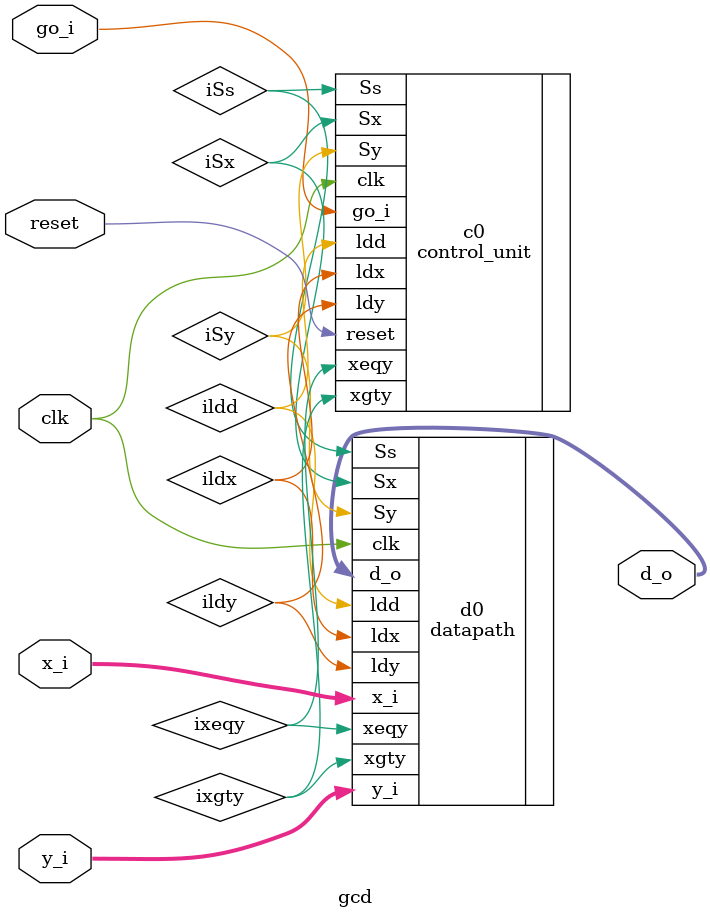
<source format=v>
module gcd (
    input clk,
    input go_i,
    input reset,
    input [7:0] x_i,
    input [7:0] y_i,
    output [7:0] d_o
);

wire ildx;
wire ildy;
wire ildd;
wire iSx;
wire iSy;
wire iSs;
wire ixeqy;
wire ixgty;

control_unit c0(
    .clk(clk),
    .reset(reset),
    .xeqy(ixeqy),
    .xgty(ixgty),
    .go_i(go_i),
    .ldx(ildx),
    .ldy(ildy),
    .ldd(ildd),
    .Sx(iSx),
    .Sy(iSy),
    .Ss(iSs)
);

datapath d0(
    .clk(clk),
    .ldx(ildx),
    .ldy(ildy),
    .ldd(ildd),
    .Sx(iSx),
    .Sy(iSy),
    .Ss(iSs),
    .x_i(x_i),
    .y_i(y_i),
    .d_o(d_o),
    .xeqy(ixeqy),
    .xgty(ixgty)
);
    
endmodule
</source>
